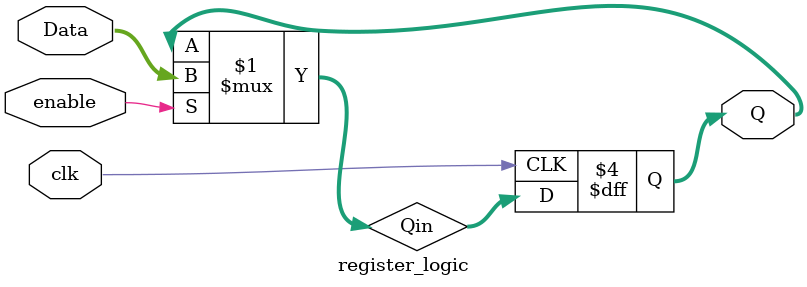
<source format=v>
`timescale 1ns / 1ps

module register_logic(
    input clk,
    input enable,
    input [4:0] Data,
    output reg [4:0] Q
    );
    
    initial Q = 0;
    wire [4:0] Qin;
    assign Qin = enable ? Data : Q;
        
    //Sequential logic
    always @(posedge clk) begin
        Q <= Qin;
    end

endmodule

</source>
